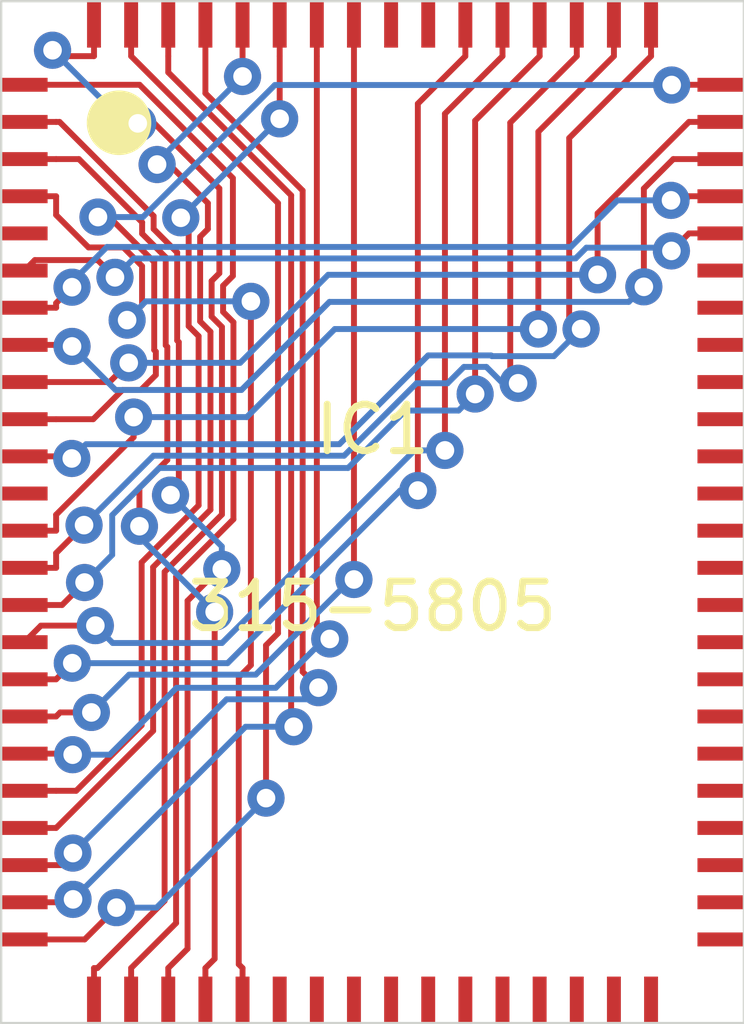
<source format=kicad_pcb>
(kicad_pcb (version 20221018) (generator pcbnew)
  (layers (0 "F.Cu" signal) (31 "B.Cu" signal) (34 "B.Paste" user) (35 "F.Paste" user) (36 "B.SilkS" user "B.Silkscreen") (37 "F.SilkS" user "F.Silkscreen") (38 "B.Mask" user) (39 "F.Mask" user) (44 "Edge.Cuts" user))
  (net 0 "")
  (net 1 "VA4")
  (net 2 "VA3")
  (net 3 "VA2")
  (net 4 "VA1")
  (net 6 "VA23")
  (net 7 "VA22")
  (net 8 "VA21")
  (net 9 "VA20")
  (net 10 "VA19")
  (net 11 "VA18")
  (net 13 "VA17")
  (net 14 "VA16")
  (net 15 "VA15")
  (net 16 "VA14")
  (net 17 "VA13")
  (net 18 "VA12")
  (net 19 "VA11")
  (net 20 "VA10")
  (net 21 "VA9")
  (net 22 "VA8")
  (net 23 "VA7")
  (net 24 "VA6")
  (net 25 "VA5")
  (footprint "32XLib:315-5805" (layer "F.Cu") (at 105.0728 73.7056)
    (fp_text reference "IC1" (at 0 -1.778) (layer "F.SilkS"))
    (fp_text value "315-5805" (at 0 2.032) (layer "F.SilkS"))
    (fp_circle (center -5.461 -8.382) (end -4.826 -8.382) (stroke (width 0.12)) (fill solid) (layer "F.SilkS"))
    (fp_rect (start -8 -11) (end 8 11) (stroke (width 0.05)) (fill none) (layer "Edge.Cuts"))
    (pad "1" smd rect (at -7.5 -9.2) (size 1 0.3) (layers "F.Cu" "F.Paste" "F.Mask") (net 1 "VA4"))
    (pad "2" smd rect (at -7.5 -8.4) (size 1 0.3) (layers "F.Cu" "F.Paste" "F.Mask") (net 2 "VA3"))
    (pad "3" smd rect (at -7.5 -7.6) (size 1 0.3) (layers "F.Cu" "F.Paste" "F.Mask") (net 3 "VA2"))
    (pad "4" smd rect (at -7.5 -6.8) (size 1 0.3) (layers "F.Cu" "F.Paste" "F.Mask") (net 4 "VA1"))
    (pad "5" smd rect (at -7.5 -6) (size 1 0.3) (layers "F.Cu" "F.Paste" "F.Mask"))
    (pad "6" smd rect (at -7.5 -5.2) (size 1 0.3) (layers "F.Cu" "F.Paste" "F.Mask") (net 6 "VA23"))
    (pad "7" smd rect (at -7.5 -4.4) (size 1 0.3) (layers "F.Cu" "F.Paste" "F.Mask") (net 7 "VA22"))
    (pad "8" smd rect (at -7.5 -3.6) (size 1 0.3) (layers "F.Cu" "F.Paste" "F.Mask") (net 8 "VA21"))
    (pad "9" smd rect (at -7.5 -2.8) (size 1 0.3) (layers "F.Cu" "F.Paste" "F.Mask") (net 9 "VA20"))
    (pad "10" smd rect (at -7.5 -2) (size 1 0.3) (layers "F.Cu" "F.Paste" "F.Mask") (net 10 "VA19"))
    (pad "11" smd rect (at -7.5 -1.2) (size 1 0.3) (layers "F.Cu" "F.Paste" "F.Mask") (net 11 "VA18"))
    (pad "12" smd rect (at -7.5 -0.4) (size 1 0.3) (layers "F.Cu" "F.Paste" "F.Mask"))
    (pad "13" smd rect (at -7.5 0.4) (size 1 0.3) (layers "F.Cu" "F.Paste" "F.Mask") (net 13 "VA17"))
    (pad "14" smd rect (at -7.5 1.2) (size 1 0.3) (layers "F.Cu" "F.Paste" "F.Mask") (net 14 "VA16"))
    (pad "15" smd rect (at -7.5 2) (size 1 0.3) (layers "F.Cu" "F.Paste" "F.Mask") (net 15 "VA15"))
    (pad "16" smd rect (at -7.5 2.8) (size 1 0.3) (layers "F.Cu" "F.Paste" "F.Mask") (net 16 "VA14"))
    (pad "17" smd rect (at -7.5 3.6) (size 1 0.3) (layers "F.Cu" "F.Paste" "F.Mask") (net 17 "VA13"))
    (pad "18" smd rect (at -7.5 4.4) (size 1 0.3) (layers "F.Cu" "F.Paste" "F.Mask") (net 18 "VA12"))
    (pad "19" smd rect (at -7.5 5.2) (size 1 0.3) (layers "F.Cu" "F.Paste" "F.Mask") (net 19 "VA11"))
    (pad "20" smd rect (at -7.5 6) (size 1 0.3) (layers "F.Cu" "F.Paste" "F.Mask") (net 20 "VA10"))
    (pad "21" smd rect (at -7.5 6.8) (size 1 0.3) (layers "F.Cu" "F.Paste" "F.Mask") (net 21 "VA9"))
    (pad "22" smd rect (at -7.5 7.6) (size 1 0.3) (layers "F.Cu" "F.Paste" "F.Mask") (net 22 "VA8"))
    (pad "23" smd rect (at -7.5 8.4) (size 1 0.3) (layers "F.Cu" "F.Paste" "F.Mask") (net 23 "VA7"))
    (pad "24" smd rect (at -7.5 9.2) (size 1 0.3) (layers "F.Cu" "F.Paste" "F.Mask") (net 24 "VA6"))
    (pad "25" smd rect (at -6 10.5 90) (size 1 0.3) (layers "F.Cu" "F.Paste" "F.Mask") (net 25 "VA5"))
    (pad "26" smd rect (at -5.2 10.5 90) (size 1 0.3) (layers "F.Cu" "F.Paste" "F.Mask") (net 1 "VA4"))
    (pad "27" smd rect (at -4.4 10.5 90) (size 1 0.3) (layers "F.Cu" "F.Paste" "F.Mask") (net 2 "VA3"))
    (pad "28" smd rect (at -3.6 10.5 90) (size 1 0.3) (layers "F.Cu" "F.Paste" "F.Mask") (net 3 "VA2"))
    (pad "29" smd rect (at -2.8 10.5 90) (size 1 0.3) (layers "F.Cu" "F.Paste" "F.Mask") (net 4 "VA1"))
    (pad "30" smd rect (at -2 10.5 90) (size 1 0.3) (layers "F.Cu" "F.Paste" "F.Mask"))
    (pad "31" smd rect (at -1.2 10.5 90) (size 1 0.3) (layers "F.Cu" "F.Paste" "F.Mask"))
    (pad "32" smd rect (at -0.4 10.5 90) (size 1 0.3) (layers "F.Cu" "F.Paste" "F.Mask"))
    (pad "33" smd rect (at 0.4 10.5 90) (size 1 0.3) (layers "F.Cu" "F.Paste" "F.Mask"))
    (pad "34" smd rect (at 1.2 10.5 90) (size 1 0.3) (layers "F.Cu" "F.Paste" "F.Mask"))
    (pad "35" smd rect (at 2 10.5 90) (size 1 0.3) (layers "F.Cu" "F.Paste" "F.Mask"))
    (pad "36" smd rect (at 2.8 10.5 90) (size 1 0.3) (layers "F.Cu" "F.Paste" "F.Mask"))
    (pad "37" smd rect (at 3.6 10.5 90) (size 1 0.3) (layers "F.Cu" "F.Paste" "F.Mask"))
    (pad "38" smd rect (at 4.4 10.5 90) (size 1 0.3) (layers "F.Cu" "F.Paste" "F.Mask"))
    (pad "39" smd rect (at 5.2 10.5 90) (size 1 0.3) (layers "F.Cu" "F.Paste" "F.Mask"))
    (pad "40" smd rect (at 6 10.5 90) (size 1 0.3) (layers "F.Cu" "F.Paste" "F.Mask"))
    (pad "41" smd rect (at 7.5 9.2) (size 1 0.3) (layers "F.Cu" "F.Paste" "F.Mask"))
    (pad "42" smd rect (at 7.5 8.4) (size 1 0.3) (layers "F.Cu" "F.Paste" "F.Mask"))
    (pad "43" smd rect (at 7.5 7.6) (size 1 0.3) (layers "F.Cu" "F.Paste" "F.Mask"))
    (pad "44" smd rect (at 7.5 6.8) (size 1 0.3) (layers "F.Cu" "F.Paste" "F.Mask"))
    (pad "45" smd rect (at 7.5 6) (size 1 0.3) (layers "F.Cu" "F.Paste" "F.Mask"))
    (pad "46" smd rect (at 7.5 5.2) (size 1 0.3) (layers "F.Cu" "F.Paste" "F.Mask"))
    (pad "47" smd rect (at 7.5 4.4) (size 1 0.3) (layers "F.Cu" "F.Paste" "F.Mask"))
    (pad "48" smd rect (at 7.5 3.6) (size 1 0.3) (layers "F.Cu" "F.Paste" "F.Mask"))
    (pad "49" smd rect (at 7.5 2.8) (size 1 0.3) (layers "F.Cu" "F.Paste" "F.Mask"))
    (pad "50" smd rect (at 7.5 2) (size 1 0.3) (layers "F.Cu" "F.Paste" "F.Mask"))
    (pad "51" smd rect (at 7.5 1.2) (size 1 0.3) (layers "F.Cu" "F.Paste" "F.Mask"))
    (pad "52" smd rect (at 7.5 0.4) (size 1 0.3) (layers "F.Cu" "F.Paste" "F.Mask"))
    (pad "53" smd rect (at 7.5 -0.4) (size 1 0.3) (layers "F.Cu" "F.Paste" "F.Mask"))
    (pad "54" smd rect (at 7.5 -1.2) (size 1 0.3) (layers "F.Cu" "F.Paste" "F.Mask"))
    (pad "55" smd rect (at 7.5 -2) (size 1 0.3) (layers "F.Cu" "F.Paste" "F.Mask"))
    (pad "56" smd rect (at 7.5 -2.8) (size 1 0.3) (layers "F.Cu" "F.Paste" "F.Mask"))
    (pad "57" smd rect (at 7.5 -3.6) (size 1 0.3) (layers "F.Cu" "F.Paste" "F.Mask"))
    (pad "58" smd rect (at 7.5 -4.4) (size 1 0.3) (layers "F.Cu" "F.Paste" "F.Mask"))
    (pad "59" smd rect (at 7.5 -5.2) (size 1 0.3) (layers "F.Cu" "F.Paste" "F.Mask"))
    (pad "60" smd rect (at 7.5 -6) (size 1 0.3) (layers "F.Cu" "F.Paste" "F.Mask") (net 6 "VA23"))
    (pad "61" smd rect (at 7.5 -6.8) (size 1 0.3) (layers "F.Cu" "F.Paste" "F.Mask") (net 7 "VA22"))
    (pad "62" smd rect (at 7.5 -7.6) (size 1 0.3) (layers "F.Cu" "F.Paste" "F.Mask") (net 8 "VA21"))
    (pad "63" smd rect (at 7.5 -8.4) (size 1 0.3) (layers "F.Cu" "F.Paste" "F.Mask") (net 9 "VA20"))
    (pad "64" smd rect (at 7.5 -9.2) (size 1 0.3) (layers "F.Cu" "F.Paste" "F.Mask") (net 10 "VA19"))
    (pad "65" smd rect (at 6 -10.5 90) (size 1 0.3) (layers "F.Cu" "F.Paste" "F.Mask") (net 11 "VA18"))
    (pad "66" smd rect (at 5.2 -10.5 90) (size 1 0.3) (layers "F.Cu" "F.Paste" "F.Mask") (net 13 "VA17"))
    (pad "67" smd rect (at 4.4 -10.5 90) (size 1 0.3) (layers "F.Cu" "F.Paste" "F.Mask") (net 14 "VA16"))
    (pad "68" smd rect (at 3.6 -10.5 90) (size 1 0.3) (layers "F.Cu" "F.Paste" "F.Mask") (net 15 "VA15"))
    (pad "69" smd rect (at 2.8 -10.5 90) (size 1 0.3) (layers "F.Cu" "F.Paste" "F.Mask") (net 16 "VA14"))
    (pad "70" smd rect (at 2 -10.5 90) (size 1 0.3) (layers "F.Cu" "F.Paste" "F.Mask") (net 17 "VA13"))
    (pad "71" smd rect (at 1.2 -10.5 90) (size 1 0.3) (layers "F.Cu" "F.Paste" "F.Mask"))
    (pad "72" smd rect (at 0.4 -10.5 90) (size 1 0.3) (layers "F.Cu" "F.Paste" "F.Mask"))
    (pad "73" smd rect (at -0.4 -10.5 90) (size 1 0.3) (layers "F.Cu" "F.Paste" "F.Mask") (net 18 "VA12"))
    (pad "74" smd rect (at -1.2 -10.5 90) (size 1 0.3) (layers "F.Cu" "F.Paste" "F.Mask") (net 19 "VA11"))
    (pad "75" smd rect (at -2 -10.5 90) (size 1 0.3) (layers "F.Cu" "F.Paste" "F.Mask") (net 20 "VA10"))
    (pad "76" smd rect (at -2.8 -10.5 90) (size 1 0.3) (layers "F.Cu" "F.Paste" "F.Mask") (net 21 "VA9"))
    (pad "77" smd rect (at -3.6 -10.5 90) (size 1 0.3) (layers "F.Cu" "F.Paste" "F.Mask") (net 22 "VA8"))
    (pad "78" smd rect (at -4.4 -10.5 90) (size 1 0.3) (layers "F.Cu" "F.Paste" "F.Mask") (net 23 "VA7"))
    (pad "79" smd rect (at -5.2 -10.5 90) (size 1 0.3) (layers "F.Cu" "F.Paste" "F.Mask") (net 24 "VA6"))
    (pad "80" smd rect (at -6 -10.5 90) (size 1 0.3) (layers "F.Cu" "F.Paste" "F.Mask") (net 25 "VA5"))
  )
  (segment (start 102.0765 69.6177) (end 102.0765 73.8594) (width 0.127) (layer "F.Cu") (net 1))
  (segment (start 100.8408 75.0951) (end 100.8408 82.5538) (width 0.127) (layer "F.Cu") (net 1))
  (segment (start 101.8539 68.8317) (end 101.8539 69.3951) (width 0.127) (layer "F.Cu") (net 1))
  (segment (start 97.5728 64.5056) (end 100.0547 64.5056) (width 0.127) (layer "F.Cu") (net 1))
  (segment (start 102.0648 68.6208) (end 101.8539 68.8317) (width 0.127) (layer "F.Cu") (net 1))
  (segment (start 102.0648 66.5157) (end 102.0648 68.6208) (width 0.127) (layer "F.Cu") (net 1))
  (segment (start 100.0547 64.5056) (end 102.0648 66.5157) (width 0.127) (layer "F.Cu") (net 1))
  (segment (start 100.8408 82.5538) (end 99.8728 83.5218) (width 0.127) (layer "F.Cu") (net 1))
  (segment (start 101.8539 69.3951) (end 102.0765 69.6177) (width 0.127) (layer "F.Cu") (net 1))
  (segment (start 102.0765 73.8594) (end 100.8408 75.0951) (width 0.127) (layer "F.Cu") (net 1))
  (segment (start 99.8728 84.2056) (end 99.8728 83.5218) (width 0.127) (layer "F.Cu") (net 1))
  (segment (start 101.7668 74.9357) (end 101.0881 75.6144) (width 0.127) (layer "F.Cu") (net 2))
  (segment (start 101.8257 74.9357) (end 101.7668 74.9357) (width 0.127) (layer "F.Cu") (net 2))
  (segment (start 100.3571 67.3315) (end 100.3571 67.6095) (width 0.127) (layer "F.Cu") (net 2))
  (segment (start 100.8647 68.1171) (end 100.8647 70.0109) (width 0.127) (layer "F.Cu") (net 2))
  (segment (start 100.8995 70.0457) (end 100.8995 73.1614) (width 0.127) (layer "F.Cu") (net 2))
  (segment (start 98.2566 65.3056) (end 98.3312 65.3056) (width 0.127) (layer "F.Cu") (net 2))
  (segment (start 97.5728 65.3056) (end 98.2566 65.3056) (width 0.127) (layer "F.Cu") (net 2))
  (segment (start 100.3571 67.6095) (end 100.8647 68.1171) (width 0.127) (layer "F.Cu") (net 2))
  (segment (start 100.8995 73.1614) (end 100.7213 73.3396) (width 0.127) (layer "F.Cu") (net 2))
  (segment (start 100.6728 84.2056) (end 100.6728 83.5218) (width 0.127) (layer "F.Cu") (net 2))
  (segment (start 100.8647 70.0109) (end 100.8995 70.0457) (width 0.127) (layer "F.Cu") (net 2))
  (segment (start 101.0881 75.6144) (end 101.0881 83.1065) (width 0.127) (layer "F.Cu") (net 2))
  (segment (start 98.3312 65.3056) (end 100.3571 67.3315) (width 0.127) (layer "F.Cu") (net 2))
  (segment (start 101.0881 83.1065) (end 100.6728 83.5218) (width 0.127) (layer "F.Cu") (net 2))
  (via (at 100.7213 73.3396) (size 0.8) (drill 0.4) (layers "F.Cu" "B.Cu") (net 2))
  (via (at 101.8257 74.9357) (size 0.8) (drill 0.4) (layers "F.Cu" "B.Cu") (net 2))
  (segment (start 101.8257 74.444) (end 100.7213 73.3396) (width 0.127) (layer "B.Cu") (net 2))
  (segment (start 101.8257 74.9357) (end 101.8257 74.444) (width 0.127) (layer "B.Cu") (net 2))
  (segment (start 100.6174 68.2195) (end 100.6174 70.1133) (width 0.127) (layer "F.Cu") (net 3))
  (segment (start 100.1098 67.7119) (end 100.6174 68.2195) (width 0.127) (layer "F.Cu") (net 3))
  (segment (start 98.7482 66.1056) (end 100.1098 67.4672) (width 0.127) (layer "F.Cu") (net 3))
  (segment (start 101.4728 84.2056) (end 101.4728 83.5218) (width 0.127) (layer "F.Cu") (net 3))
  (segment (start 101.6719 83.3227) (end 101.6719 75.8561) (width 0.127) (layer "F.Cu") (net 3))
  (segment (start 98.2566 66.1056) (end 98.7482 66.1056) (width 0.127) (layer "F.Cu") (net 3))
  (segment (start 100.0515 73.1839) (end 100.0515 74.0095) (width 0.127) (layer "F.Cu") (net 3))
  (segment (start 97.5728 66.1056) (end 98.2566 66.1056) (width 0.127) (layer "F.Cu") (net 3))
  (segment (start 100.6522 70.1481) (end 100.6522 72.5832) (width 0.127) (layer "F.Cu") (net 3))
  (segment (start 100.6174 70.1133) (end 100.6522 70.1481) (width 0.127) (layer "F.Cu") (net 3))
  (segment (start 100.6522 72.5832) (end 100.0515 73.1839) (width 0.127) (layer "F.Cu") (net 3))
  (segment (start 101.4728 83.5218) (end 101.6719 83.3227) (width 0.127) (layer "F.Cu") (net 3))
  (segment (start 100.1098 67.4672) (end 100.1098 67.7119) (width 0.127) (layer "F.Cu") (net 3))
  (via (at 101.6719 75.8561) (size 0.8) (drill 0.4) (layers "F.Cu" "B.Cu") (net 3))
  (via (at 100.0515 74.0095) (size 0.8) (drill 0.4) (layers "F.Cu" "B.Cu") (net 3))
  (segment (start 100.0515 74.2357) (end 100.0515 74.0095) (width 0.127) (layer "B.Cu") (net 3))
  (segment (start 101.6719 75.8561) (end 100.0515 74.2357) (width 0.127) (layer "B.Cu") (net 3))
  (segment (start 98.2566 67.3088) (end 98.9554 68.0076) (width 0.127) (layer "F.Cu") (net 4))
  (segment (start 98.2566 66.9056) (end 98.2566 67.3088) (width 0.127) (layer "F.Cu") (net 4))
  (segment (start 102.1907 83.4397) (end 102.1907 77.2618) (width 0.127) (layer "F.Cu") (net 4))
  (segment (start 97.5728 66.9056) (end 98.2566 66.9056) (width 0.127) (layer "F.Cu") (net 4))
  (segment (start 98.9554 68.0076) (end 99.7061 68.0076) (width 0.127) (layer "F.Cu") (net 4))
  (segment (start 102.4524 77.0001) (end 102.4524 69.1681) (width 0.127) (layer "F.Cu") (net 4))
  (segment (start 100.1082 69.2499) (end 99.7862 69.5719) (width 0.127) (layer "F.Cu") (net 4))
  (segment (start 99.7061 68.0076) (end 100.1082 68.4097) (width 0.127) (layer "F.Cu") (net 4))
  (segment (start 102.2728 84.2056) (end 102.2728 83.5218) (width 0.127) (layer "F.Cu") (net 4))
  (segment (start 102.2728 83.5218) (end 102.1907 83.4397) (width 0.127) (layer "F.Cu") (net 4))
  (segment (start 100.1082 68.4097) (end 100.1082 69.2499) (width 0.127) (layer "F.Cu") (net 4))
  (segment (start 102.1907 77.2618) (end 102.4524 77.0001) (width 0.127) (layer "F.Cu") (net 4))
  (via (at 102.4524 69.1681) (size 0.8) (drill 0.4) (layers "F.Cu" "B.Cu") (net 4))
  (via (at 99.7862 69.5719) (size 0.8) (drill 0.4) (layers "F.Cu" "B.Cu") (net 4))
  (segment (start 102.4524 69.1681) (end 100.19 69.1681) (width 0.127) (layer "B.Cu") (net 4))
  (segment (start 100.19 69.1681) (end 99.7862 69.5719) (width 0.127) (layer "B.Cu") (net 4))
  (segment (start 99.1526 68.2797) (end 99.5244 68.6515) (width 0.127) (layer "F.Cu") (net 6))
  (segment (start 112.5728 67.7056) (end 111.8885 67.7056) (width 0.127) (layer "F.Cu") (net 6))
  (segment (start 97.7987 68.2797) (end 99.1526 68.2797) (width 0.127) (layer "F.Cu") (net 6))
  (segment (start 97.5728 68.5056) (end 97.7987 68.2797) (width 0.127) (layer "F.Cu") (net 6))
  (segment (start 111.8885 67.7056) (end 111.5117 68.0824) (width 0.127) (layer "F.Cu") (net 6))
  (via (at 111.5117 68.0824) (size 0.8) (drill 0.4) (layers "F.Cu" "B.Cu") (net 6))
  (via (at 99.5244 68.6515) (size 0.8) (drill 0.4) (layers "F.Cu" "B.Cu") (net 6))
  (segment (start 111.4418 68.0125) (end 109.6795 68.0125) (width 0.127) (layer "B.Cu") (net 6))
  (segment (start 109.4474 68.2446) (end 99.9313 68.2446) (width 0.127) (layer "B.Cu") (net 6))
  (segment (start 111.5117 68.0824) (end 111.4418 68.0125) (width 0.127) (layer "B.Cu") (net 6))
  (segment (start 99.9313 68.2446) (end 99.5244 68.6515) (width 0.127) (layer "B.Cu") (net 6))
  (segment (start 109.6795 68.0125) (end 109.4474 68.2446) (width 0.127) (layer "B.Cu") (net 6))
  (segment (start 98.2566 69.2064) (end 98.5994 68.8636) (width 0.127) (layer "F.Cu") (net 7))
  (segment (start 111.8006 66.994) (end 111.5031 66.994) (width 0.127) (layer "F.Cu") (net 7))
  (segment (start 98.2566 69.3056) (end 98.2566 69.2064) (width 0.127) (layer "F.Cu") (net 7))
  (segment (start 112.5728 66.9056) (end 111.889 66.9056) (width 0.127) (layer "F.Cu") (net 7))
  (segment (start 111.889 66.9056) (end 111.8006 66.994) (width 0.127) (layer "F.Cu") (net 7))
  (segment (start 97.5728 69.3056) (end 98.2566 69.3056) (width 0.127) (layer "F.Cu") (net 7))
  (via (at 98.5994 68.8636) (size 0.8) (drill 0.4) (layers "F.Cu" "B.Cu") (net 7))
  (via (at 111.5031 66.994) (size 0.8) (drill 0.4) (layers "F.Cu" "B.Cu") (net 7))
  (segment (start 98.5994 68.7498) (end 98.5994 68.8636) (width 0.127) (layer "B.Cu") (net 7))
  (segment (start 99.3519 67.9973) (end 98.5994 68.7498) (width 0.127) (layer "B.Cu") (net 7))
  (segment (start 110.3483 66.994) (end 109.345 67.9973) (width 0.127) (layer "B.Cu") (net 7))
  (segment (start 111.5031 66.994) (end 110.3483 66.994) (width 0.127) (layer "B.Cu") (net 7))
  (segment (start 109.345 67.9973) (end 99.3519 67.9973) (width 0.127) (layer "B.Cu") (net 7))
  (segment (start 98.567 70.1056) (end 98.5998 70.1384) (width 0.127) (layer "F.Cu") (net 8))
  (segment (start 111.5519 66.1056) (end 112.5728 66.1056) (width 0.127) (layer "F.Cu") (net 8))
  (segment (start 97.5728 70.1056) (end 98.567 70.1056) (width 0.127) (layer "F.Cu") (net 8))
  (segment (start 110.918 66.7395) (end 111.5519 66.1056) (width 0.127) (layer "F.Cu") (net 8))
  (segment (start 110.918 68.8554) (end 110.918 66.7395) (width 0.127) (layer "F.Cu") (net 8))
  (via (at 110.918 68.8554) (size 0.8) (drill 0.4) (layers "F.Cu" "B.Cu") (net 8))
  (via (at 98.5998 70.1384) (size 0.8) (drill 0.4) (layers "F.Cu" "B.Cu") (net 8))
  (segment (start 110.918 68.8554) (end 110.5932 69.1802) (width 0.127) (layer "B.Cu") (net 8))
  (segment (start 110.5932 69.1802) (end 104.1446 69.1802) (width 0.127) (layer "B.Cu") (net 8))
  (segment (start 104.1446 69.1802) (end 102.2486 71.0762) (width 0.127) (layer "B.Cu") (net 8))
  (segment (start 99.5376 71.0762) (end 98.5998 70.1384) (width 0.127) (layer "B.Cu") (net 8))
  (segment (start 102.2486 71.0762) (end 99.5376 71.0762) (width 0.127) (layer "B.Cu") (net 8))
  (segment (start 99.4078 70.9056) (end 99.8211 70.4923) (width 0.127) (layer "F.Cu") (net 9))
  (segment (start 109.9212 67.2734) (end 109.9212 68.5963) (width 0.127) (layer "F.Cu") (net 9))
  (segment (start 97.5728 70.9056) (end 99.4078 70.9056) (width 0.127) (layer "F.Cu") (net 9))
  (segment (start 112.5728 65.3056) (end 111.889 65.3056) (width 0.127) (layer "F.Cu") (net 9))
  (segment (start 111.889 65.3056) (end 109.9212 67.2734) (width 0.127) (layer "F.Cu") (net 9))
  (via (at 109.9212 68.5963) (size 0.8) (drill 0.4) (layers "F.Cu" "B.Cu") (net 9))
  (via (at 99.8211 70.4923) (size 0.8) (drill 0.4) (layers "F.Cu" "B.Cu") (net 9))
  (segment (start 102.2212 70.4923) (end 99.8211 70.4923) (width 0.127) (layer "B.Cu") (net 9))
  (segment (start 109.9212 68.5963) (end 104.1172 68.5963) (width 0.127) (layer "B.Cu") (net 9))
  (segment (start 104.1172 68.5963) (end 102.2212 70.4923) (width 0.127) (layer "B.Cu") (net 9))
  (segment (start 100.4049 70.7534) (end 100.0821 71.0762) (width 0.127) (layer "F.Cu") (net 10))
  (segment (start 111.8837 64.5109) (end 111.5175 64.5109) (width 0.127) (layer "F.Cu") (net 10))
  (segment (start 99.056 71.7056) (end 98.2566 71.7056) (width 0.127) (layer "F.Cu") (net 10))
  (segment (start 99.4019 67.3537) (end 100.3701 68.3219) (width 0.127) (layer "F.Cu") (net 10))
  (segment (start 100.4049 70.2505) (end 100.4049 70.7534) (width 0.127) (layer "F.Cu") (net 10))
  (segment (start 112.5728 64.5056) (end 111.889 64.5056) (width 0.127) (layer "F.Cu") (net 10))
  (segment (start 97.5728 71.7056) (end 98.2566 71.7056) (width 0.127) (layer "F.Cu") (net 10))
  (segment (start 100.3701 68.3219) (end 100.3701 70.2157) (width 0.127) (layer "F.Cu") (net 10))
  (segment (start 100.0821 71.0762) (end 99.6854 71.0762) (width 0.127) (layer "F.Cu") (net 10))
  (segment (start 99.1582 67.3537) (end 99.4019 67.3537) (width 0.127) (layer "F.Cu") (net 10))
  (segment (start 99.6854 71.0762) (end 99.056 71.7056) (width 0.127) (layer "F.Cu") (net 10))
  (segment (start 111.889 64.5056) (end 111.8837 64.5109) (width 0.127) (layer "F.Cu") (net 10))
  (segment (start 100.3701 70.2157) (end 100.4049 70.2505) (width 0.127) (layer "F.Cu") (net 10))
  (via (at 99.1582 67.3537) (size 0.8) (drill 0.4) (layers "F.Cu" "B.Cu") (net 10))
  (via (at 111.5175 64.5109) (size 0.8) (drill 0.4) (layers "F.Cu" "B.Cu") (net 10))
  (segment (start 100.1261 67.3537) (end 102.9689 64.5109) (width 0.127) (layer "B.Cu") (net 10))
  (segment (start 99.1582 67.3537) (end 100.1261 67.3537) (width 0.127) (layer "B.Cu") (net 10))
  (segment (start 102.9689 64.5109) (end 111.5175 64.5109) (width 0.127) (layer "B.Cu") (net 10))
  (segment (start 109.3098 65.6524) (end 109.3098 69.5082) (width 0.127) (layer "F.Cu") (net 11))
  (segment (start 98.3016 72.5506) (end 98.2566 72.5056) (width 0.127) (layer "F.Cu") (net 11))
  (segment (start 111.0728 63.2056) (end 111.0728 63.8894) (width 0.127) (layer "F.Cu") (net 11))
  (segment (start 109.3098 69.5082) (end 109.5656 69.764) (width 0.127) (layer "F.Cu") (net 11))
  (segment (start 97.5728 72.5056) (end 98.2566 72.5056) (width 0.127) (layer "F.Cu") (net 11))
  (segment (start 111.0728 63.8894) (end 109.3098 65.6524) (width 0.127) (layer "F.Cu") (net 11))
  (segment (start 98.5939 72.5506) (end 98.3016 72.5506) (width 0.127) (layer "F.Cu") (net 11))
  (via (at 98.5939 72.5506) (size 0.8) (drill 0.4) (layers "F.Cu" "B.Cu") (net 11))
  (via (at 109.5656 69.764) (size 0.8) (drill 0.4) (layers "F.Cu" "B.Cu") (net 11))
  (segment (start 108.9818 70.3478) (end 107.643 70.3478) (width 0.127) (layer "B.Cu") (net 11))
  (segment (start 107.643 70.3478) (end 107.6275 70.3323) (width 0.127) (layer "B.Cu") (net 11))
  (segment (start 106.2705 70.3323) (end 104.3589 72.2439) (width 0.127) (layer "B.Cu") (net 11))
  (segment (start 104.3589 72.2439) (end 98.9006 72.2439) (width 0.127) (layer "B.Cu") (net 11))
  (segment (start 98.9006 72.2439) (end 98.5939 72.5506) (width 0.127) (layer "B.Cu") (net 11))
  (segment (start 109.5656 69.764) (end 108.9818 70.3478) (width 0.127) (layer "B.Cu") (net 11))
  (segment (start 107.6275 70.3323) (end 106.2705 70.3323) (width 0.127) (layer "B.Cu") (net 11))
  (segment (start 97.5728 74.1056) (end 98.2566 74.1056) (width 0.127) (layer "F.Cu") (net 13))
  (segment (start 110.2728 63.8894) (end 108.6452 65.517) (width 0.127) (layer "F.Cu") (net 13))
  (segment (start 98.2566 73.7623) (end 99.9271 72.0918) (width 0.127) (layer "F.Cu") (net 13))
  (segment (start 110.2728 63.2056) (end 110.2728 63.8894) (width 0.127) (layer "F.Cu") (net 13))
  (segment (start 99.9271 72.0918) (end 99.9271 71.66) (width 0.127) (layer "F.Cu") (net 13))
  (segment (start 98.2566 74.1056) (end 98.2566 73.7623) (width 0.127) (layer "F.Cu") (net 13))
  (segment (start 108.6452 65.517) (end 108.6452 69.764) (width 0.127) (layer "F.Cu") (net 13))
  (via (at 99.9271 71.66) (size 0.8) (drill 0.4) (layers "F.Cu" "B.Cu") (net 13))
  (via (at 108.6452 69.764) (size 0.8) (drill 0.4) (layers "F.Cu" "B.Cu") (net 13))
  (segment (start 104.2602 69.764) (end 102.3642 71.66) (width 0.127) (layer "B.Cu") (net 13))
  (segment (start 108.6452 69.764) (end 104.2602 69.764) (width 0.127) (layer "B.Cu") (net 13))
  (segment (start 102.3642 71.66) (end 99.9271 71.66) (width 0.127) (layer "B.Cu") (net 13))
  (segment (start 108.0399 65.3223) (end 108.0399 70.7623) (width 0.127) (layer "F.Cu") (net 14))
  (segment (start 97.5728 74.9056) (end 98.2566 74.9056) (width 0.127) (layer "F.Cu") (net 14))
  (segment (start 98.2566 74.5878) (end 98.2566 74.9056) (width 0.127) (layer "F.Cu") (net 14))
  (segment (start 108.0399 70.7623) (end 108.2093 70.9317) (width 0.127) (layer "F.Cu") (net 14))
  (segment (start 98.8585 73.9859) (end 98.2566 74.5878) (width 0.127) (layer "F.Cu") (net 14))
  (segment (start 109.4728 63.2056) (end 109.4728 63.8894) (width 0.127) (layer "F.Cu") (net 14))
  (segment (start 109.4728 63.8894) (end 108.0399 65.3223) (width 0.127) (layer "F.Cu") (net 14))
  (via (at 108.2093 70.9317) (size 0.8) (drill 0.4) (layers "F.Cu" "B.Cu") (net 14))
  (via (at 98.8585 73.9859) (size 0.8) (drill 0.4) (layers "F.Cu" "B.Cu") (net 14))
  (segment (start 106.6896 70.9317) (end 106.0208 70.9317) (width 0.127) (layer "B.Cu") (net 14))
  (segment (start 104.4612 72.4913) (end 100.3531 72.4913) (width 0.127) (layer "B.Cu") (net 14))
  (segment (start 106.0208 70.9317) (end 104.4612 72.4913) (width 0.127) (layer "B.Cu") (net 14))
  (segment (start 106.6896 70.9316) (end 106.6896 70.9317) (width 0.127) (layer "B.Cu") (net 14))
  (segment (start 108.2093 70.9317) (end 107.8772 70.9317) (width 0.127) (layer "B.Cu") (net 14))
  (segment (start 100.3531 72.4913) (end 98.8585 73.9859) (width 0.127) (layer "B.Cu") (net 14))
  (segment (start 107.5251 70.5796) (end 107.0416 70.5796) (width 0.127) (layer "B.Cu") (net 14))
  (segment (start 107.8772 70.9317) (end 107.5251 70.5796) (width 0.127) (layer "B.Cu") (net 14))
  (segment (start 107.0416 70.5796) (end 106.6896 70.9316) (width 0.127) (layer "B.Cu") (net 14))
  (segment (start 98.3855 75.7056) (end 97.5728 75.7056) (width 0.127) (layer "F.Cu") (net 15))
  (segment (start 108.6728 63.2056) (end 108.6728 63.8894) (width 0.127) (layer "F.Cu") (net 15))
  (segment (start 108.6728 63.8894) (end 107.2833 65.2789) (width 0.127) (layer "F.Cu") (net 15))
  (segment (start 98.8695 75.2216) (end 98.3855 75.7056) (width 0.127) (layer "F.Cu") (net 15))
  (segment (start 107.2833 65.2789) (end 107.2833 71.1634) (width 0.127) (layer "F.Cu") (net 15))
  (via (at 107.2833 71.1634) (size 0.8) (drill 0.4) (layers "F.Cu" "B.Cu") (net 15))
  (via (at 98.8695 75.2216) (size 0.8) (drill 0.4) (layers "F.Cu" "B.Cu") (net 15))
  (segment (start 104.5464 72.7558) (end 100.4796 72.7558) (width 0.127) (layer "B.Cu") (net 15))
  (segment (start 105.783 71.5192) (end 104.5464 72.7558) (width 0.127) (layer "B.Cu") (net 15))
  (segment (start 99.8099 73.4255) (end 99.8099 73.4257) (width 0.127) (layer "B.Cu") (net 15))
  (segment (start 106.9275 71.5192) (end 105.783 71.5192) (width 0.127) (layer "B.Cu") (net 15))
  (segment (start 99.4653 74.6258) (end 98.8695 75.2216) (width 0.127) (layer "B.Cu") (net 15))
  (segment (start 99.8098 73.4257) (end 99.4653 73.7702) (width 0.127) (layer "B.Cu") (net 15))
  (segment (start 107.2833 71.1634) (end 106.9275 71.5192) (width 0.127) (layer "B.Cu") (net 15))
  (segment (start 99.4653 73.7702) (end 99.4653 74.6258) (width 0.127) (layer "B.Cu") (net 15))
  (segment (start 99.8099 73.4257) (end 99.8098 73.4257) (width 0.127) (layer "B.Cu") (net 15))
  (segment (start 100.4796 72.7558) (end 99.8099 73.4255) (width 0.127) (layer "B.Cu") (net 15))
  (segment (start 106.6327 65.1295) (end 106.6327 72.3772) (width 0.127) (layer "F.Cu") (net 16))
  (segment (start 97.9291 76.1493) (end 97.5728 76.5056) (width 0.127) (layer "F.Cu") (net 16))
  (segment (start 99.1018 76.1493) (end 97.9291 76.1493) (width 0.127) (layer "F.Cu") (net 16))
  (segment (start 107.8728 63.8894) (end 106.6327 65.1295) (width 0.127) (layer "F.Cu") (net 16))
  (segment (start 107.8728 63.2056) (end 107.8728 63.8894) (width 0.127) (layer "F.Cu") (net 16))
  (via (at 106.6327 72.3772) (size 0.8) (drill 0.4) (layers "F.Cu" "B.Cu") (net 16))
  (via (at 99.1018 76.1493) (size 0.8) (drill 0.4) (layers "F.Cu" "B.Cu") (net 16))
  (segment (start 99.4764 76.5239) (end 99.1018 76.1493) (width 0.127) (layer "B.Cu") (net 16))
  (segment (start 101.83 76.5239) (end 99.4764 76.5239) (width 0.127) (layer "B.Cu") (net 16))
  (segment (start 106.6327 72.3772) (end 105.9767 72.3772) (width 0.127) (layer "B.Cu") (net 16))
  (segment (start 105.9767 72.3772) (end 101.83 76.5239) (width 0.127) (layer "B.Cu") (net 16))
  (segment (start 97.5728 77.3056) (end 98.2566 77.3056) (width 0.127) (layer "F.Cu") (net 17))
  (segment (start 107.0728 63.2056) (end 107.0728 63.8894) (width 0.127) (layer "F.Cu") (net 17))
  (segment (start 98.6046 76.9576) (end 98.2566 77.3056) (width 0.127) (layer "F.Cu") (net 17))
  (segment (start 106.0489 64.9133) (end 106.0489 73.2412) (width 0.127) (layer "F.Cu") (net 17))
  (segment (start 107.0728 63.8894) (end 106.0489 64.9133) (width 0.127) (layer "F.Cu") (net 17))
  (via (at 98.6046 76.9576) (size 0.8) (drill 0.4) (layers "F.Cu" "B.Cu") (net 17))
  (via (at 106.0489 73.2412) (size 0.8) (drill 0.4) (layers "F.Cu" "B.Cu") (net 17))
  (segment (start 101.9508 76.9576) (end 105.6672 73.2412) (width 0.127) (layer "B.Cu") (net 17))
  (segment (start 105.6672 73.2412) (end 106.0489 73.2412) (width 0.127) (layer "B.Cu") (net 17))
  (segment (start 98.6046 76.9576) (end 101.9508 76.9576) (width 0.127) (layer "B.Cu") (net 17))
  (segment (start 97.5728 78.1056) (end 98.2566 78.1056) (width 0.127) (layer "F.Cu") (net 18))
  (segment (start 104.6728 63.2056) (end 104.6728 75.1561) (width 0.127) (layer "F.Cu") (net 18))
  (segment (start 98.3437 78.0185) (end 98.2566 78.1056) (width 0.127) (layer "F.Cu") (net 18))
  (segment (start 99.016 78.0185) (end 98.3437 78.0185) (width 0.127) (layer "F.Cu") (net 18))
  (via (at 104.6728 75.1561) (size 0.8) (drill 0.4) (layers "F.Cu" "B.Cu") (net 18))
  (via (at 99.016 78.0185) (size 0.8) (drill 0.4) (layers "F.Cu" "B.Cu") (net 18))
  (segment (start 99.8295 77.205) (end 102.5569 77.205) (width 0.127) (layer "B.Cu") (net 18))
  (segment (start 102.5569 77.205) (end 104.6058 75.1561) (width 0.127) (layer "B.Cu") (net 18))
  (segment (start 99.016 78.0185) (end 99.8295 77.205) (width 0.127) (layer "B.Cu") (net 18))
  (segment (start 104.6058 75.1561) (end 104.6728 75.1561) (width 0.127) (layer "B.Cu") (net 18))
  (segment (start 98.6132 78.9282) (end 98.2792 78.9282) (width 0.127) (layer "F.Cu") (net 19))
  (segment (start 98.2792 78.9282) (end 98.2566 78.9056) (width 0.127) (layer "F.Cu") (net 19))
  (segment (start 97.5728 78.9056) (end 98.2566 78.9056) (width 0.127) (layer "F.Cu") (net 19))
  (segment (start 103.8728 63.8894) (end 103.8728 76.158) (width 0.127) (layer "F.Cu") (net 19))
  (segment (start 103.8728 76.158) (end 104.1511 76.4363) (width 0.127) (layer "F.Cu") (net 19))
  (segment (start 103.8728 63.2056) (end 103.8728 63.8894) (width 0.127) (layer "F.Cu") (net 19))
  (via (at 98.6132 78.9282) (size 0.8) (drill 0.4) (layers "F.Cu" "B.Cu") (net 19))
  (via (at 104.1511 76.4363) (size 0.8) (drill 0.4) (layers "F.Cu" "B.Cu") (net 19))
  (segment (start 104.1511 76.4363) (end 104.0395 76.4363) (width 0.127) (layer "B.Cu") (net 19))
  (segment (start 100.8516 77.4883) (end 99.4117 78.9282) (width 0.127) (layer "B.Cu") (net 19))
  (segment (start 99.4117 78.9282) (end 98.6132 78.9282) (width 0.127) (layer "B.Cu") (net 19))
  (segment (start 104.0395 76.4363) (end 102.9875 77.4883) (width 0.127) (layer "B.Cu") (net 19))
  (segment (start 102.9875 77.4883) (end 100.8516 77.4883) (width 0.127) (layer "B.Cu") (net 19))
  (segment (start 98.2566 79.7056) (end 98.6886 79.7056) (width 0.127) (layer "F.Cu") (net 20))
  (segment (start 103.0728 63.2056) (end 103.0728 63.8894) (width 0.127) (layer "F.Cu") (net 20))
  (segment (start 101.112 69.7023) (end 101.112 67.5386) (width 0.127) (layer "F.Cu") (net 20))
  (segment (start 101.3261 73.5607) (end 101.3261 69.9164) (width 0.127) (layer "F.Cu") (net 20))
  (segment (start 98.6886 79.7056) (end 100.0989 78.2953) (width 0.127) (layer "F.Cu") (net 20))
  (segment (start 101.112 67.5386) (end 100.9425 67.3691) (width 0.127) (layer "F.Cu") (net 20))
  (segment (start 97.5728 79.7056) (end 98.2566 79.7056) (width 0.127) (layer "F.Cu") (net 20))
  (segment (start 100.0989 74.7879) (end 101.3261 73.5607) (width 0.127) (layer "F.Cu") (net 20))
  (segment (start 100.0989 78.2953) (end 100.0989 74.7879) (width 0.127) (layer "F.Cu") (net 20))
  (segment (start 101.3261 69.9164) (end 101.112 69.7023) (width 0.127) (layer "F.Cu") (net 20))
  (segment (start 103.0728 63.8894) (end 103.0728 65.2388) (width 0.127) (layer "F.Cu") (net 20))
  (via (at 103.0728 65.2388) (size 0.8) (drill 0.4) (layers "F.Cu" "B.Cu") (net 20))
  (via (at 100.9425 67.3691) (size 0.8) (drill 0.4) (layers "F.Cu" "B.Cu") (net 20))
  (segment (start 100.9425 67.3691) (end 103.0728 65.2388) (width 0.127) (layer "B.Cu") (net 20))
  (segment (start 100.3462 74.8903) (end 101.5818 73.6547) (width 0.127) (layer "F.Cu") (net 21))
  (segment (start 101.5818 69.8224) (end 101.3593 69.5999) (width 0.127) (layer "F.Cu") (net 21))
  (segment (start 97.5728 80.5056) (end 98.2566 80.5056) (width 0.127) (layer "F.Cu") (net 21))
  (segment (start 101.5263 67.6109) (end 101.5263 67.0544) (width 0.127) (layer "F.Cu") (net 21))
  (segment (start 102.2728 63.2056) (end 102.2728 64.3265) (width 0.127) (layer "F.Cu") (net 21))
  (segment (start 101.3593 67.7779) (end 101.5263 67.6109) (width 0.127) (layer "F.Cu") (net 21))
  (segment (start 101.5263 67.0544) (end 100.6944 66.2225) (width 0.127) (layer "F.Cu") (net 21))
  (segment (start 98.2566 80.5056) (end 100.3462 78.416) (width 0.127) (layer "F.Cu") (net 21))
  (segment (start 100.6944 66.2225) (end 100.4317 66.2225) (width 0.127) (layer "F.Cu") (net 21))
  (segment (start 100.3462 78.416) (end 100.3462 74.8903) (width 0.127) (layer "F.Cu") (net 21))
  (segment (start 101.5818 73.6547) (end 101.5818 69.8224) (width 0.127) (layer "F.Cu") (net 21))
  (segment (start 101.3593 69.5999) (end 101.3593 67.7779) (width 0.127) (layer "F.Cu") (net 21))
  (via (at 100.4317 66.2225) (size 0.8) (drill 0.4) (layers "F.Cu" "B.Cu") (net 21))
  (via (at 102.2728 64.3265) (size 0.8) (drill 0.4) (layers "F.Cu" "B.Cu") (net 21))
  (segment (start 100.4317 66.1676) (end 100.4317 66.2225) (width 0.127) (layer "B.Cu") (net 21))
  (segment (start 102.2728 64.3265) (end 100.4317 66.1676) (width 0.127) (layer "B.Cu") (net 21))
  (segment (start 103.5673 77.1437) (end 103.9086 77.485) (width 0.127) (layer "F.Cu") (net 22))
  (segment (start 98.6187 81.046) (end 98.3591 81.3056) (width 0.127) (layer "F.Cu") (net 22))
  (segment (start 98.3591 81.3056) (end 97.5728 81.3056) (width 0.127) (layer "F.Cu") (net 22))
  (segment (start 103.5673 66.7836) (end 103.5673 77.1437) (width 0.127) (layer "F.Cu") (net 22))
  (segment (start 101.4728 63.2056) (end 101.4728 64.6891) (width 0.127) (layer "F.Cu") (net 22))
  (segment (start 101.4728 64.6891) (end 103.5673 66.7836) (width 0.127) (layer "F.Cu") (net 22))
  (via (at 103.9086 77.485) (size 0.8) (drill 0.4) (layers "F.Cu" "B.Cu") (net 22))
  (via (at 98.6187 81.046) (size 0.8) (drill 0.4) (layers "F.Cu" "B.Cu") (net 22))
  (segment (start 101.929 77.7357) (end 103.6579 77.7357) (width 0.127) (layer "B.Cu") (net 22))
  (segment (start 103.6579 77.7357) (end 103.9086 77.485) (width 0.127) (layer "B.Cu") (net 22))
  (segment (start 98.6187 81.046) (end 101.929 77.7357) (width 0.127) (layer "B.Cu") (net 22))
  (segment (start 97.5728 82.1056) (end 98.2566 82.1056) (width 0.127) (layer "F.Cu") (net 23))
  (segment (start 98.6215 82.0428) (end 98.3194 82.0428) (width 0.127) (layer "F.Cu") (net 23))
  (segment (start 98.3194 82.0428) (end 98.2566 82.1056) (width 0.127) (layer "F.Cu") (net 23))
  (segment (start 103.3199 78.2718) (end 103.3745 78.3264) (width 0.127) (layer "F.Cu") (net 23))
  (segment (start 100.6728 63.8894) (end 100.6728 64.2391) (width 0.127) (layer "F.Cu") (net 23))
  (segment (start 100.6728 64.2391) (end 103.3199 66.8862) (width 0.127) (layer "F.Cu") (net 23))
  (segment (start 103.3199 66.8862) (end 103.3199 78.2718) (width 0.127) (layer "F.Cu") (net 23))
  (segment (start 100.6728 63.2056) (end 100.6728 63.8894) (width 0.127) (layer "F.Cu") (net 23))
  (via (at 98.6215 82.0428) (size 0.8) (drill 0.4) (layers "F.Cu" "B.Cu") (net 23))
  (via (at 103.3745 78.3264) (size 0.8) (drill 0.4) (layers "F.Cu" "B.Cu") (net 23))
  (segment (start 102.3379 78.3264) (end 103.3745 78.3264) (width 0.127) (layer "B.Cu") (net 23))
  (segment (start 98.6215 82.0428) (end 102.3379 78.3264) (width 0.127) (layer "B.Cu") (net 23))
  (segment (start 102.7785 76.5727) (end 102.7785 79.8628) (width 0.127) (layer "F.Cu") (net 24))
  (segment (start 103.0368 76.3144) (end 102.7785 76.5727) (width 0.127) (layer "F.Cu") (net 24))
  (segment (start 99.8728 63.2056) (end 99.8728 63.8894) (width 0.127) (layer "F.Cu") (net 24))
  (segment (start 99.8728 63.8894) (end 103.0368 67.0534) (width 0.127) (layer "F.Cu") (net 24))
  (segment (start 98.8716 82.9056) (end 97.5728 82.9056) (width 0.127) (layer "F.Cu") (net 24))
  (segment (start 103.0368 67.0534) (end 103.0368 76.3144) (width 0.127) (layer "F.Cu") (net 24))
  (segment (start 99.5562 82.221) (end 98.8716 82.9056) (width 0.127) (layer "F.Cu") (net 24))
  (via (at 99.5562 82.221) (size 0.8) (drill 0.4) (layers "F.Cu" "B.Cu") (net 24))
  (via (at 102.7785 79.8628) (size 0.8) (drill 0.4) (layers "F.Cu" "B.Cu") (net 24))
  (segment (start 102.7785 79.8628) (end 100.4203 82.221) (width 0.127) (layer "B.Cu") (net 24))
  (segment (start 100.4203 82.221) (end 99.5562 82.221) (width 0.127) (layer "B.Cu") (net 24))
  (segment (start 101.6066 69.4975) (end 101.8292 69.7201) (width 0.127) (layer "F.Cu") (net 25))
  (segment (start 101.8292 73.757) (end 100.5935 74.9927) (width 0.127) (layer "F.Cu") (net 25))
  (segment (start 99.0728 63.2056) (end 99.0728 63.8894) (width 0.127) (layer "F.Cu") (net 25))
  (segment (start 101.7736 68.5623) (end 101.6066 68.7293) (width 0.127) (layer "F.Cu") (net 25))
  (segment (start 99.0728 63.8894) (end 98.3069 63.8894) (width 0.127) (layer "F.Cu") (net 25))
  (segment (start 99.1467 83.5218) (end 99.0728 83.5218) (width 0.127) (layer "F.Cu") (net 25))
  (segment (start 100.3719 65.3369) (end 101.7736 66.7386) (width 0.127) (layer "F.Cu") (net 25))
  (segment (start 99.0728 84.2056) (end 99.0728 83.5218) (width 0.127) (layer "F.Cu") (net 25))
  (segment (start 100.5935 82.075) (end 99.1467 83.5218) (width 0.127) (layer "F.Cu") (net 25))
  (segment (start 100.0157 65.3369) (end 100.3719 65.3369) (width 0.127) (layer "F.Cu") (net 25))
  (segment (start 100.5935 74.9927) (end 100.5935 82.075) (width 0.127) (layer "F.Cu") (net 25))
  (segment (start 101.7736 66.7386) (end 101.7736 68.5623) (width 0.127) (layer "F.Cu") (net 25))
  (segment (start 100.0157 65.3368) (end 100.0157 65.3369) (width 0.127) (layer "F.Cu") (net 25))
  (segment (start 101.8292 69.7201) (end 101.8292 73.757) (width 0.127) (layer "F.Cu") (net 25))
  (segment (start 98.3069 63.8894) (end 98.1796 63.7621) (width 0.127) (layer "F.Cu") (net 25))
  (segment (start 101.6066 68.7293) (end 101.6066 69.4975) (width 0.127) (layer "F.Cu") (net 25))
  (via (at 100.0157 65.3368) (size 0.8) (drill 0.4) (layers "F.Cu" "B.Cu") (net 25))
  (via (at 98.1796 63.7621) (size 0.8) (drill 0.4) (layers "F.Cu" "B.Cu") (net 25))
  (segment (start 99.7543 65.3368) (end 100.0157 65.3368) (width 0.127) (layer "B.Cu") (net 25))
  (segment (start 98.1796 63.7621) (end 99.7543 65.3368) (width 0.127) (layer "B.Cu") (net 25))
)
</source>
